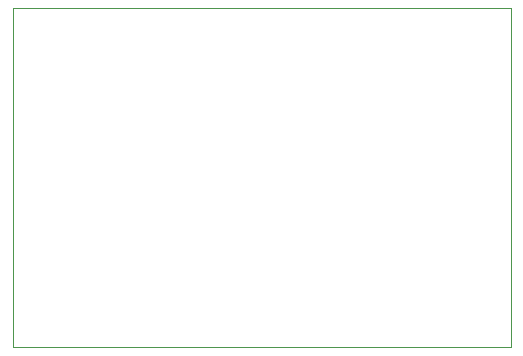
<source format=gbr>
G04 #@! TF.GenerationSoftware,KiCad,Pcbnew,5.1.9+dfsg1-1*
G04 #@! TF.CreationDate,2021-07-15T21:40:15-06:00*
G04 #@! TF.ProjectId,ESP_Programmer,4553505f-5072-46f6-9772-616d6d65722e,rev?*
G04 #@! TF.SameCoordinates,Original*
G04 #@! TF.FileFunction,Legend,Bot*
G04 #@! TF.FilePolarity,Positive*
%FSLAX46Y46*%
G04 Gerber Fmt 4.6, Leading zero omitted, Abs format (unit mm)*
G04 Created by KiCad (PCBNEW 5.1.9+dfsg1-1) date 2021-07-15 21:40:15*
%MOMM*%
%LPD*%
G01*
G04 APERTURE LIST*
G04 #@! TA.AperFunction,Profile*
%ADD10C,0.050000*%
G04 #@! TD*
G04 APERTURE END LIST*
D10*
X184658000Y-116840000D02*
X195580000Y-116840000D01*
X184658000Y-88138000D02*
X184658000Y-116840000D01*
X184912000Y-88138000D02*
X184658000Y-88138000D01*
X226822000Y-88138000D02*
X184912000Y-88138000D01*
X226822000Y-116840000D02*
X226822000Y-88138000D01*
X226568000Y-116840000D02*
X226822000Y-116840000D01*
X195580000Y-116840000D02*
X226568000Y-116840000D01*
M02*

</source>
